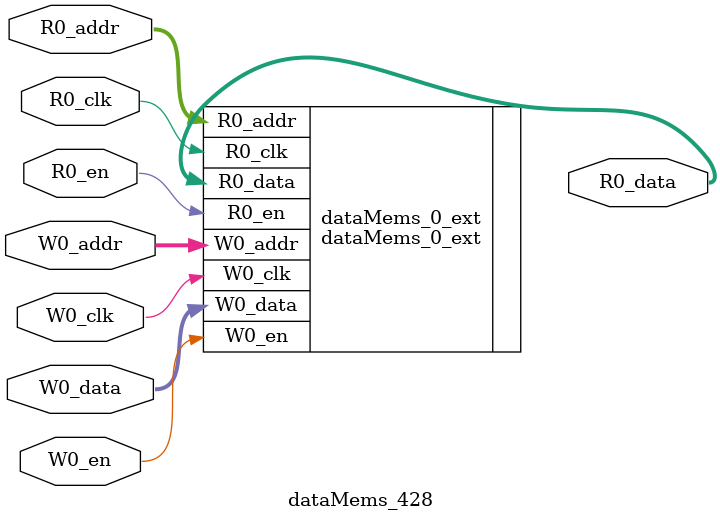
<source format=sv>
`ifndef RANDOMIZE
  `ifdef RANDOMIZE_REG_INIT
    `define RANDOMIZE
  `endif // RANDOMIZE_REG_INIT
`endif // not def RANDOMIZE
`ifndef RANDOMIZE
  `ifdef RANDOMIZE_MEM_INIT
    `define RANDOMIZE
  `endif // RANDOMIZE_MEM_INIT
`endif // not def RANDOMIZE

`ifndef RANDOM
  `define RANDOM $random
`endif // not def RANDOM

// Users can define 'PRINTF_COND' to add an extra gate to prints.
`ifndef PRINTF_COND_
  `ifdef PRINTF_COND
    `define PRINTF_COND_ (`PRINTF_COND)
  `else  // PRINTF_COND
    `define PRINTF_COND_ 1
  `endif // PRINTF_COND
`endif // not def PRINTF_COND_

// Users can define 'ASSERT_VERBOSE_COND' to add an extra gate to assert error printing.
`ifndef ASSERT_VERBOSE_COND_
  `ifdef ASSERT_VERBOSE_COND
    `define ASSERT_VERBOSE_COND_ (`ASSERT_VERBOSE_COND)
  `else  // ASSERT_VERBOSE_COND
    `define ASSERT_VERBOSE_COND_ 1
  `endif // ASSERT_VERBOSE_COND
`endif // not def ASSERT_VERBOSE_COND_

// Users can define 'STOP_COND' to add an extra gate to stop conditions.
`ifndef STOP_COND_
  `ifdef STOP_COND
    `define STOP_COND_ (`STOP_COND)
  `else  // STOP_COND
    `define STOP_COND_ 1
  `endif // STOP_COND
`endif // not def STOP_COND_

// Users can define INIT_RANDOM as general code that gets injected into the
// initializer block for modules with registers.
`ifndef INIT_RANDOM
  `define INIT_RANDOM
`endif // not def INIT_RANDOM

// If using random initialization, you can also define RANDOMIZE_DELAY to
// customize the delay used, otherwise 0.002 is used.
`ifndef RANDOMIZE_DELAY
  `define RANDOMIZE_DELAY 0.002
`endif // not def RANDOMIZE_DELAY

// Define INIT_RANDOM_PROLOG_ for use in our modules below.
`ifndef INIT_RANDOM_PROLOG_
  `ifdef RANDOMIZE
    `ifdef VERILATOR
      `define INIT_RANDOM_PROLOG_ `INIT_RANDOM
    `else  // VERILATOR
      `define INIT_RANDOM_PROLOG_ `INIT_RANDOM #`RANDOMIZE_DELAY begin end
    `endif // VERILATOR
  `else  // RANDOMIZE
    `define INIT_RANDOM_PROLOG_
  `endif // RANDOMIZE
`endif // not def INIT_RANDOM_PROLOG_

// Include register initializers in init blocks unless synthesis is set
`ifndef SYNTHESIS
  `ifndef ENABLE_INITIAL_REG_
    `define ENABLE_INITIAL_REG_
  `endif // not def ENABLE_INITIAL_REG_
`endif // not def SYNTHESIS

// Include rmemory initializers in init blocks unless synthesis is set
`ifndef SYNTHESIS
  `ifndef ENABLE_INITIAL_MEM_
    `define ENABLE_INITIAL_MEM_
  `endif // not def ENABLE_INITIAL_MEM_
`endif // not def SYNTHESIS

module dataMems_428(	// @[generators/ara/src/main/scala/UnsafeAXI4ToTL.scala:365:62]
  input  [4:0]  R0_addr,
  input         R0_en,
  input         R0_clk,
  output [66:0] R0_data,
  input  [4:0]  W0_addr,
  input         W0_en,
  input         W0_clk,
  input  [66:0] W0_data
);

  dataMems_0_ext dataMems_0_ext (	// @[generators/ara/src/main/scala/UnsafeAXI4ToTL.scala:365:62]
    .R0_addr (R0_addr),
    .R0_en   (R0_en),
    .R0_clk  (R0_clk),
    .R0_data (R0_data),
    .W0_addr (W0_addr),
    .W0_en   (W0_en),
    .W0_clk  (W0_clk),
    .W0_data (W0_data)
  );
endmodule


</source>
